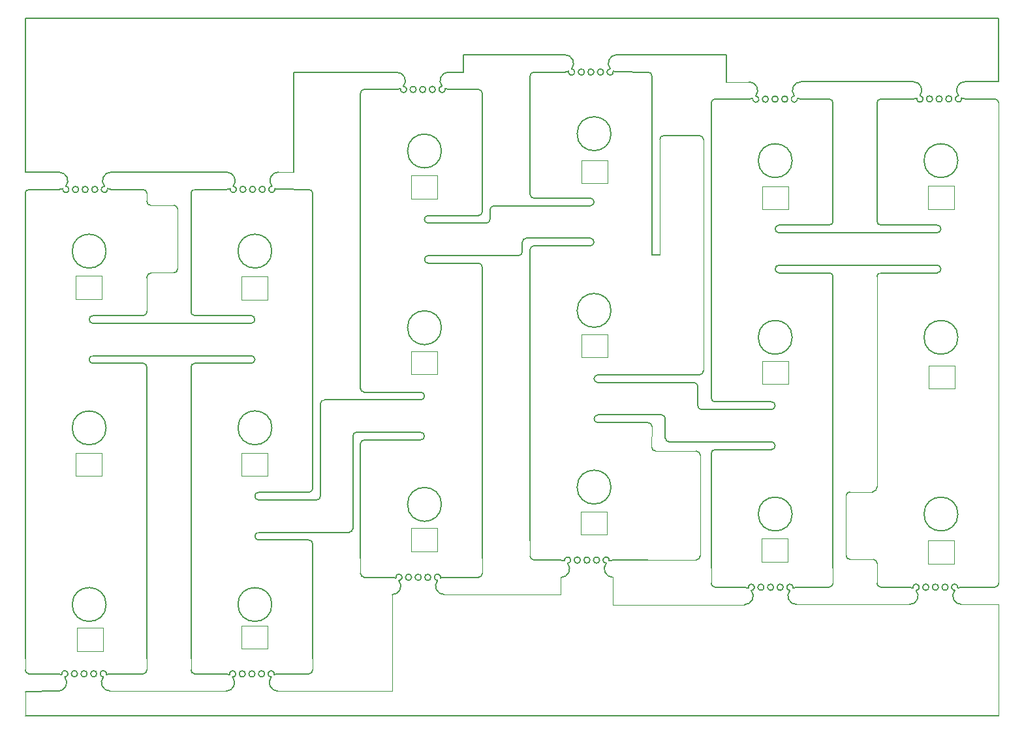
<source format=gbr>
G04 #@! TF.GenerationSoftware,KiCad,Pcbnew,(6.0.0)*
G04 #@! TF.CreationDate,2022-01-24T15:56:27+01:00*
G04 #@! TF.ProjectId,flex,666c6578-2e6b-4696-9361-645f70636258,rev?*
G04 #@! TF.SameCoordinates,Original*
G04 #@! TF.FileFunction,Profile,NP*
%FSLAX46Y46*%
G04 Gerber Fmt 4.6, Leading zero omitted, Abs format (unit mm)*
G04 Created by KiCad (PCBNEW (6.0.0)) date 2022-01-24 15:56:27*
%MOMM*%
%LPD*%
G01*
G04 APERTURE LIST*
G04 #@! TA.AperFunction,Profile*
%ADD10C,0.200000*%
G04 #@! TD*
G04 #@! TA.AperFunction,Profile*
%ADD11C,0.050000*%
G04 #@! TD*
G04 #@! TA.AperFunction,Profile*
%ADD12C,0.120000*%
G04 #@! TD*
G04 APERTURE END LIST*
D10*
X46088493Y-71160141D02*
G75*
G03*
X46579963Y-71272219I489503J1012903D01*
G01*
X99425200Y-79859399D02*
X87725200Y-79859399D01*
X131853005Y-59548363D02*
G75*
G03*
X131853005Y-59548363I-400000J0D01*
G01*
X118975200Y-104059399D02*
X132225200Y-104059399D01*
X135006920Y-123054083D02*
G75*
G03*
X134638701Y-123341508I-383921J112266D01*
G01*
D11*
X83036926Y-123905776D02*
X83035200Y-136444400D01*
D10*
X45578699Y-134579328D02*
G75*
G03*
X46441924Y-136428104I861259J-723779D01*
G01*
X116725200Y-102059400D02*
G75*
G03*
X116225200Y-101559400I-500001J-1D01*
G01*
X140225200Y-82609399D02*
X140225200Y-120434398D01*
X51225201Y-94359399D02*
G75*
G03*
X50725201Y-93859399I-500001J-1D01*
G01*
X90373000Y-58284000D02*
X94225200Y-58284400D01*
X83893691Y-122053997D02*
G75*
G03*
X83524470Y-121767858I14307J399744D01*
G01*
X43604970Y-71278110D02*
G75*
G03*
X43604970Y-71278110I-400000J0D01*
G01*
X106302296Y-55632781D02*
G75*
G03*
X105439071Y-53784005I-861259J723779D01*
G01*
X72725200Y-117309398D02*
G75*
G03*
X72225200Y-116809398I-500001J-1D01*
G01*
X61466926Y-136451983D02*
G75*
G03*
X62323692Y-134600203I-1964J1124999D01*
G01*
X124425200Y-105559400D02*
X124425200Y-120434398D01*
X87725200Y-74659399D02*
G75*
G03*
X87725200Y-75659401I0J-500001D01*
G01*
D11*
X54710000Y-82100002D02*
X51800000Y-82100002D01*
D10*
X40548698Y-134588107D02*
G75*
G03*
X40179477Y-134301968I14307J399744D01*
G01*
X86736000Y-98609399D02*
G75*
G03*
X86736000Y-97609399I0J500000D01*
G01*
X72225201Y-134184399D02*
G75*
G03*
X72725201Y-133684399I-1J500001D01*
G01*
X118475200Y-103559399D02*
G75*
G03*
X118975200Y-104059399I500001J1D01*
G01*
X61548008Y-71277793D02*
G75*
G03*
X62039084Y-71164000I-1960J1124981D01*
G01*
X124925200Y-105059400D02*
G75*
G03*
X124425200Y-105559400I1J-500001D01*
G01*
X111425200Y-86984400D02*
G75*
G03*
X111425200Y-86984400I-2200000J0D01*
G01*
X133773000Y-122943999D02*
G75*
G03*
X133773000Y-122943999I-400000J0D01*
G01*
X161725200Y-139634398D02*
X35425200Y-139634398D01*
X101425201Y-78609400D02*
X108725200Y-78609400D01*
X87725200Y-74659399D02*
X94225200Y-74659399D01*
X46437995Y-134178109D02*
G75*
G03*
X45946919Y-134291902I1960J-1124981D01*
G01*
X122903000Y-95343999D02*
G75*
G03*
X123403000Y-94843999I-1J500001D01*
G01*
X46576037Y-69022223D02*
G75*
G03*
X45719271Y-70874003I1961J-1124998D01*
G01*
X94236482Y-121644000D02*
G75*
G03*
X94736482Y-121144000I-1J500001D01*
G01*
X70289867Y-56044000D02*
X70289867Y-69014000D01*
D11*
X145925200Y-120434398D02*
X145935199Y-119824400D01*
D10*
X118475200Y-101059399D02*
G75*
G03*
X117975200Y-100559399I-500001J-1D01*
G01*
X140230000Y-60040000D02*
G75*
G03*
X139725200Y-59534399I-504800J800D01*
G01*
X122471801Y-119400000D02*
G75*
G03*
X122971801Y-118900000I-1J500001D01*
G01*
X161725200Y-54034401D02*
X161725200Y-49000000D01*
X35425200Y-49000000D02*
X35423000Y-69034000D01*
X42354972Y-71280291D02*
G75*
G03*
X42354972Y-71280291I-400000J0D01*
G01*
X146425200Y-59534400D02*
G75*
G03*
X145925200Y-60034400I1J-500001D01*
G01*
X64725201Y-87659399D02*
X57425201Y-87659399D01*
X88057991Y-121647708D02*
G75*
G03*
X88057991Y-121647708I-400000J0D01*
G01*
X79425200Y-58284400D02*
G75*
G03*
X78925200Y-58784400I1J-500001D01*
G01*
X35925200Y-71284400D02*
X39829975Y-71284000D01*
X79425200Y-103809400D02*
X86713285Y-103809400D01*
X154225200Y-76409399D02*
G75*
G03*
X153725200Y-75909399I-500001J-1D01*
G01*
X154225200Y-81609399D02*
G75*
G03*
X153725200Y-81109399I-500001J-1D01*
G01*
X43463000Y-134183999D02*
G75*
G03*
X43463000Y-134183999I-400000J0D01*
G01*
X122675199Y-96859399D02*
G75*
G03*
X122175200Y-96359400I-499998J1D01*
G01*
X135217305Y-59142074D02*
G75*
G03*
X135586526Y-59428213I-14307J-399744D01*
G01*
X109947991Y-119413915D02*
G75*
G03*
X109947991Y-119413915I-400000J0D01*
G01*
X95725200Y-75159399D02*
X95725200Y-73909399D01*
X116225200Y-101559399D02*
X109725200Y-101559400D01*
X65225201Y-88159399D02*
G75*
G03*
X64725201Y-87659399I-500001J-1D01*
G01*
X129328008Y-59552072D02*
G75*
G03*
X129819084Y-59438279I-1960J1124981D01*
G01*
X99425200Y-79859399D02*
G75*
G03*
X99925200Y-79359399I-1J500001D01*
G01*
X72225201Y-134184399D02*
X68212988Y-134190206D01*
X101425200Y-56034400D02*
G75*
G03*
X100925200Y-56534400I1J-500001D01*
G01*
D11*
X145935200Y-104054401D02*
X145925200Y-82609400D01*
D10*
X104926926Y-121671983D02*
G75*
G03*
X105783692Y-119820203I-1964J1124999D01*
G01*
X128751935Y-125202067D02*
G75*
G03*
X129608701Y-123350287I-1964J1124999D01*
G01*
D11*
X94736482Y-121144000D02*
X94736482Y-119144000D01*
D10*
X153148009Y-59522072D02*
G75*
G03*
X153148009Y-59522072I-400000J0D01*
G01*
X61463000Y-134201987D02*
X57425200Y-134184399D01*
X109725199Y-95359399D02*
X116225200Y-95359400D01*
X105414470Y-119534065D02*
G75*
G03*
X104923000Y-119421987I-489503J-1012903D01*
G01*
X65225201Y-93359400D02*
G75*
G03*
X64725202Y-92859399I-500000J1D01*
G01*
X129819085Y-59438279D02*
G75*
G03*
X130187304Y-59150854I383921J-112266D01*
G01*
X73225200Y-111609398D02*
G75*
G03*
X73725199Y-111109399I1J499998D01*
G01*
X139725200Y-75909399D02*
G75*
G03*
X140225200Y-75409399I-1J500001D01*
G01*
X140230000Y-60040000D02*
X140225200Y-75409399D01*
X135586526Y-59428213D02*
G75*
G03*
X136077996Y-59540291I489503J1012903D01*
G01*
X72225200Y-110609399D02*
G75*
G03*
X72725200Y-110109399I-1J500001D01*
G01*
X145335200Y-110554400D02*
G75*
G03*
X145935201Y-109904400I-15181J615937D01*
G01*
X78925200Y-58784400D02*
X78925201Y-97109400D01*
D11*
X123403000Y-94843999D02*
X123413000Y-64793598D01*
X51225201Y-71784401D02*
X51200001Y-72830001D01*
D10*
X89512309Y-57885783D02*
G75*
G03*
X89881530Y-58171922I-14307J-399744D01*
G01*
X129239479Y-123064149D02*
G75*
G03*
X128748009Y-122952071I-489503J-1012903D01*
G01*
X79425200Y-97609399D02*
X86736000Y-97609399D01*
X151114089Y-59411988D02*
G75*
G03*
X151482308Y-59124563I383921J-112266D01*
G01*
X132225200Y-99859399D02*
X123175200Y-99859399D01*
X68294070Y-69016016D02*
G75*
G03*
X67437304Y-70867796I1964J-1124999D01*
G01*
X154398007Y-59519891D02*
G75*
G03*
X154398007Y-59519891I-400000J0D01*
G01*
X45925201Y-125184398D02*
G75*
G03*
X45925201Y-125184398I-2200000J0D01*
G01*
D11*
X78925200Y-121143999D02*
X78925200Y-119143999D01*
D10*
X124425200Y-122434398D02*
G75*
G03*
X124925200Y-122934398I500001J1D01*
G01*
X150624470Y-123054065D02*
G75*
G03*
X150133000Y-122941987I-489503J-1012903D01*
G01*
X94725201Y-81359399D02*
X94736482Y-119144000D01*
X107967997Y-56030291D02*
G75*
G03*
X107967997Y-56030291I-400000J0D01*
G01*
X86713285Y-102809399D02*
X78425200Y-102809400D01*
D11*
X122989800Y-105769598D02*
X122971801Y-118900000D01*
D10*
X44225200Y-92859400D02*
G75*
G03*
X44225200Y-93859398I0J-499999D01*
G01*
X35423000Y-69034000D02*
X39826046Y-69034005D01*
X134925200Y-113434398D02*
G75*
G03*
X134925200Y-113434398I-2200000J0D01*
G01*
D11*
X100925200Y-118893999D02*
X100925200Y-116893999D01*
D10*
X133225200Y-81109399D02*
G75*
G03*
X133225200Y-82109399I0J-500000D01*
G01*
X67721911Y-134303999D02*
G75*
G03*
X67353692Y-134591424I-383921J112266D01*
G01*
X57425201Y-71284400D02*
G75*
G03*
X56925200Y-71784399I-1J-500000D01*
G01*
X87398007Y-58289891D02*
G75*
G03*
X87398007Y-58289891I-400000J0D01*
G01*
X146425200Y-82109400D02*
G75*
G03*
X145925200Y-82609400I1J-500001D01*
G01*
X50725201Y-134184398D02*
G75*
G03*
X51225201Y-133684398I-1J500001D01*
G01*
X88923692Y-122045218D02*
G75*
G03*
X89786917Y-123893994I861259J-723779D01*
G01*
X72725200Y-110109399D02*
X72725201Y-71784400D01*
X124425199Y-98359399D02*
X124425200Y-60034400D01*
X124925200Y-105059400D02*
X132225200Y-105059400D01*
X66573000Y-71269721D02*
G75*
G03*
X66573000Y-71269721I-400000J0D01*
G01*
D11*
X35425200Y-133684399D02*
X35425200Y-132184399D01*
D10*
X156882988Y-122930206D02*
G75*
G03*
X156391912Y-123043999I1960J-1124981D01*
G01*
X35425200Y-71784400D02*
X35425200Y-132184399D01*
X132225200Y-105059400D02*
G75*
G03*
X132725200Y-104559400I-1J500001D01*
G01*
X116690600Y-104733600D02*
G75*
G03*
X117190600Y-105233600I500001J1D01*
G01*
X156512309Y-59115783D02*
G75*
G03*
X156881530Y-59401922I-14307J-399744D01*
G01*
X35425200Y-133684399D02*
G75*
G03*
X35925200Y-134184399I500001J1D01*
G01*
X84482308Y-57894562D02*
G75*
G03*
X83619083Y-56045786I-861259J723779D01*
G01*
D11*
X111675200Y-125214400D02*
X111676917Y-121660201D01*
D10*
X55210001Y-73830003D02*
G75*
G03*
X54710000Y-73330002I-500001J0D01*
G01*
X40321051Y-71170207D02*
G75*
G03*
X40689271Y-70882782I383912J-112254D01*
G01*
X150993691Y-123340204D02*
G75*
G03*
X150624470Y-123054065I14307J399744D01*
G01*
X89881530Y-58171922D02*
G75*
G03*
X90373000Y-58284000I489503J1012903D01*
G01*
X126360533Y-53772223D02*
X112189062Y-53772223D01*
X68297996Y-71266012D02*
X72225201Y-71284400D01*
D11*
X145925200Y-122434398D02*
X145925200Y-120434398D01*
X116690600Y-104733600D02*
X116725200Y-102059400D01*
X51700002Y-73330002D02*
X54710000Y-73330002D01*
D10*
X100925200Y-71909399D02*
G75*
G03*
X101425200Y-72409399I500001J1D01*
G01*
X86736000Y-98609399D02*
X74225201Y-98609399D01*
D11*
X122489800Y-105269598D02*
X117190600Y-105233600D01*
D10*
X89782988Y-121643999D02*
G75*
G03*
X89291912Y-121757792I1960J-1124981D01*
G01*
X111425200Y-109934399D02*
G75*
G03*
X111425200Y-109934399I-2200000J0D01*
G01*
X108697993Y-119416096D02*
G75*
G03*
X108697993Y-119416096I-400000J0D01*
G01*
X67425201Y-79284400D02*
G75*
G03*
X67425201Y-79284400I-2200000J0D01*
G01*
X86807993Y-121649889D02*
G75*
G03*
X86807993Y-121649889I-400000J0D01*
G01*
X45719271Y-70874003D02*
G75*
G03*
X46088493Y-71160141I-14301J-399737D01*
G01*
X94725200Y-58784400D02*
G75*
G03*
X94225200Y-58284400I-500001J-1D01*
G01*
X67435199Y-102234400D02*
G75*
G03*
X67435199Y-102234400I-2199999J0D01*
G01*
X64073005Y-71274084D02*
G75*
G03*
X64073005Y-71274084I-400000J0D01*
G01*
X150136926Y-125191983D02*
G75*
G03*
X150993692Y-123340203I-1964J1124999D01*
G01*
X105443000Y-56034000D02*
X101425200Y-56034400D01*
X92293000Y-53784000D02*
X92293000Y-56034000D01*
X156023692Y-123331425D02*
G75*
G03*
X156886917Y-125180201I861259J-723779D01*
G01*
X57425200Y-93859400D02*
G75*
G03*
X56925200Y-94359400I1J-500001D01*
G01*
X141925199Y-118824398D02*
G75*
G03*
X142425200Y-119324399I500001J0D01*
G01*
X117975200Y-100559399D02*
X109725200Y-100559400D01*
X139725200Y-122934398D02*
G75*
G03*
X140225200Y-122434398I-1J500001D01*
G01*
X156425198Y-67534400D02*
G75*
G03*
X156425198Y-67534400I-2199999J0D01*
G01*
X156882988Y-122930206D02*
X161225200Y-122934398D01*
X156391911Y-123043999D02*
G75*
G03*
X156023692Y-123331424I-383921J112266D01*
G01*
X64725201Y-88659399D02*
X44225201Y-88659400D01*
X57425200Y-93859400D02*
X64725201Y-93859400D01*
X86148009Y-58292072D02*
G75*
G03*
X86148009Y-58292072I-400000J0D01*
G01*
X39688007Y-134189890D02*
X35925200Y-134184399D01*
X77425201Y-115809398D02*
G75*
G03*
X77925201Y-115309398I-1J500001D01*
G01*
D11*
X51225201Y-87159400D02*
X51200000Y-82750001D01*
D10*
X89425200Y-89234399D02*
G75*
G03*
X89425200Y-89234399I-2200000J0D01*
G01*
D11*
X117763000Y-64783999D02*
X117753000Y-79793999D01*
D10*
X99925200Y-78109399D02*
X99925200Y-79359399D01*
X87725200Y-79859399D02*
G75*
G03*
X87725200Y-80859399I0J-500000D01*
G01*
D11*
X161725200Y-120434398D02*
X161725200Y-60034400D01*
D10*
X44225200Y-87659400D02*
G75*
G03*
X44225200Y-88659400I0J-500000D01*
G01*
X40179477Y-134301968D02*
G75*
G03*
X39688007Y-134189890I-489503J-1012903D01*
G01*
X152657996Y-122938278D02*
G75*
G03*
X152657996Y-122938278I-400000J0D01*
G01*
X64725201Y-92859399D02*
X44225200Y-92859399D01*
X108725201Y-73409399D02*
G75*
G03*
X109225200Y-72909400I1J499998D01*
G01*
D11*
X142425200Y-110554399D02*
X145335200Y-110554399D01*
X72725201Y-133684399D02*
X72725201Y-132184399D01*
D10*
X109225200Y-72909399D02*
G75*
G03*
X108725201Y-72409400I-499998J1D01*
G01*
X95225200Y-75659399D02*
G75*
G03*
X95725200Y-75159399I-1J500001D01*
G01*
X161725200Y-49000000D02*
X35425200Y-49000000D01*
X63987996Y-134198278D02*
G75*
G03*
X63987996Y-134198278I-400000J0D01*
G01*
X153725200Y-82109400D02*
G75*
G03*
X154225200Y-81609400I-1J500001D01*
G01*
X45922200Y-102240402D02*
G75*
G03*
X45922200Y-102240402I-2200000J0D01*
G01*
X153907993Y-122936096D02*
G75*
G03*
X153907993Y-122936096I-400000J0D01*
G01*
X130187304Y-59150853D02*
G75*
G03*
X129324079Y-57302077I-861259J723779D01*
G01*
X51800000Y-82100001D02*
G75*
G03*
X51199999Y-82750001I15181J-615937D01*
G01*
X57425201Y-71284400D02*
X61548008Y-71277793D01*
X94236482Y-121644000D02*
X89782988Y-121643999D01*
X110467992Y-56025928D02*
G75*
G03*
X110467992Y-56025928I-400000J0D01*
G01*
X140225200Y-82609399D02*
G75*
G03*
X139725200Y-82109399I-500001J-1D01*
G01*
X79425200Y-58284400D02*
X83623012Y-58295781D01*
X132725200Y-104559399D02*
G75*
G03*
X132225200Y-104059399I-500001J-1D01*
G01*
X161725200Y-60034400D02*
G75*
G03*
X161225200Y-59534400I-500001J-1D01*
G01*
X116725200Y-79793999D02*
X117753000Y-79793999D01*
X105439071Y-53784005D02*
X92293000Y-53784000D01*
X151482308Y-59124562D02*
G75*
G03*
X150619083Y-57275786I-861259J723779D01*
G01*
D11*
X128751935Y-125202067D02*
X111675200Y-125214400D01*
D10*
X156881530Y-59401922D02*
G75*
G03*
X157373000Y-59514000I489503J1012903D01*
G01*
X84114089Y-58181988D02*
G75*
G03*
X84482308Y-57894563I383921J-112266D01*
G01*
X161733000Y-57264004D02*
X161725200Y-54034401D01*
X116725200Y-56534400D02*
G75*
G03*
X116225200Y-56034400I-500001J-1D01*
G01*
X108725200Y-72409399D02*
X101425200Y-72409399D01*
X67425200Y-125184399D02*
G75*
G03*
X67425200Y-125184399I-2200000J0D01*
G01*
X100925201Y-79109400D02*
X100925200Y-116893999D01*
X139725200Y-82109399D02*
X133225200Y-82109399D01*
X78925200Y-121143999D02*
G75*
G03*
X79425200Y-121643999I500001J1D01*
G01*
X65237993Y-134196096D02*
G75*
G03*
X65237993Y-134196096I-400000J0D01*
G01*
X89425200Y-66284399D02*
G75*
G03*
X89425200Y-66284399I-2200000J0D01*
G01*
X133225200Y-75909399D02*
G75*
G03*
X133225200Y-76909399I0J-500000D01*
G01*
X61954470Y-134314065D02*
G75*
G03*
X61463000Y-134201987I-489503J-1012903D01*
G01*
X45946918Y-134291902D02*
G75*
G03*
X45578699Y-134579327I-383921J112266D01*
G01*
X94225201Y-80859399D02*
X87725200Y-80859399D01*
X51225201Y-94359399D02*
X51225201Y-132184398D01*
X107447996Y-119418278D02*
G75*
G03*
X107447996Y-119418278I-400000J0D01*
G01*
X105783691Y-119820204D02*
G75*
G03*
X105414470Y-119534065I14307J399744D01*
G01*
D11*
X129324079Y-57302077D02*
X126353000Y-57302077D01*
D10*
X51225201Y-71784401D02*
G75*
G03*
X50725200Y-71284400I-500001J0D01*
G01*
X157369074Y-57264004D02*
G75*
G03*
X156512308Y-59115784I1964J-1124999D01*
G01*
X150619083Y-57275786D02*
X136074070Y-57290295D01*
D11*
X145935200Y-104054401D02*
X145935200Y-109904400D01*
D10*
X118475200Y-101059400D02*
X118475200Y-103559399D01*
X44225200Y-87659400D02*
X50725201Y-87659400D01*
D11*
X124425200Y-122434398D02*
X124425200Y-120434398D01*
D10*
X153725200Y-76909400D02*
G75*
G03*
X154225200Y-76409400I-1J500001D01*
G01*
X64725201Y-93859400D02*
G75*
G03*
X65225201Y-93359400I-1J500001D01*
G01*
X128748009Y-122952071D02*
X124925200Y-122934398D01*
X161225200Y-122934398D02*
G75*
G03*
X161725200Y-122434398I-1J500001D01*
G01*
X150133000Y-122941987D02*
X146425200Y-122934398D01*
X111701518Y-55910141D02*
G75*
G03*
X112192988Y-56022219I489503J1012903D01*
G01*
X54710000Y-82100002D02*
G75*
G03*
X55210001Y-81600001I0J500001D01*
G01*
X134925200Y-67534399D02*
G75*
G03*
X134925200Y-67534399I-2200000J0D01*
G01*
X129328008Y-59552072D02*
X124925200Y-59534400D01*
X145925199Y-75409399D02*
X145925200Y-60034400D01*
D11*
X55210001Y-73830003D02*
X55210001Y-81600001D01*
D10*
X124925200Y-59534400D02*
G75*
G03*
X124425200Y-60034400I1J-500001D01*
G01*
D11*
X61466926Y-136451983D02*
X46441924Y-136428104D01*
D10*
X45922200Y-79290402D02*
G75*
G03*
X45922200Y-79290402I-2200000J0D01*
G01*
X124425199Y-98359399D02*
G75*
G03*
X124925199Y-98859399I500001J1D01*
G01*
X142425200Y-110554399D02*
G75*
G03*
X141925199Y-111054400I0J-500001D01*
G01*
X83033000Y-121655780D02*
X79425200Y-121643999D01*
X78925200Y-119143999D02*
X78925200Y-104309400D01*
X65725200Y-110609398D02*
X72225200Y-110609399D01*
X132225200Y-98859399D02*
X124925199Y-98859399D01*
X116241400Y-119410798D02*
X111672988Y-119410206D01*
X77425201Y-115809398D02*
X65725201Y-115809398D01*
D11*
X145435198Y-119324399D02*
X142425200Y-119324399D01*
D10*
X86713285Y-103809400D02*
G75*
G03*
X86713285Y-102809398I0J500001D01*
G01*
X155648004Y-59517709D02*
G75*
G03*
X155648004Y-59517709I-400000J0D01*
G01*
X105934077Y-55920207D02*
G75*
G03*
X106302296Y-55632782I383921J-112266D01*
G01*
X145925199Y-75409399D02*
G75*
G03*
X146425199Y-75909399I500001J1D01*
G01*
X64725201Y-88659399D02*
G75*
G03*
X65225200Y-88159400I1J499998D01*
G01*
X83619083Y-56045786D02*
X70289867Y-56044000D01*
X108725200Y-77609399D02*
X100425200Y-77609399D01*
X50725201Y-87659400D02*
G75*
G03*
X51225201Y-87159400I-1J500001D01*
G01*
X78425200Y-102809400D02*
G75*
G03*
X77925201Y-103309399I-1J-499998D01*
G01*
X78925201Y-97109399D02*
G75*
G03*
X79425200Y-97609398I499998J-1D01*
G01*
X101425201Y-78609400D02*
G75*
G03*
X100925201Y-79109400I1J-500001D01*
G01*
X134353000Y-59544000D02*
G75*
G03*
X134353000Y-59544000I-400000J0D01*
G01*
X62407304Y-70876574D02*
G75*
G03*
X61544079Y-69027798I-861259J723779D01*
G01*
X133103003Y-59546182D02*
G75*
G03*
X133103003Y-59546182I-400000J0D01*
G01*
X66487991Y-134193915D02*
G75*
G03*
X66487991Y-134193915I-400000J0D01*
G01*
X67353692Y-134591425D02*
G75*
G03*
X68216917Y-136440201I861259J-723779D01*
G01*
D11*
X68216917Y-136440201D02*
X83035200Y-136444400D01*
D10*
X46579963Y-71272219D02*
X50725200Y-71284401D01*
X100925200Y-118893999D02*
G75*
G03*
X101425200Y-119393999I500001J1D01*
G01*
X109725200Y-100559400D02*
G75*
G03*
X109725200Y-101559400I0J-500000D01*
G01*
X56925200Y-94359400D02*
X56925200Y-132184399D01*
X61544079Y-69027798D02*
X46576037Y-69022223D01*
D11*
X140225200Y-122434398D02*
X140225200Y-120434398D01*
D10*
X122175200Y-96359399D02*
X109725199Y-96359400D01*
X72725200Y-117309398D02*
X72725201Y-132184399D01*
X123413000Y-64793598D02*
G75*
G03*
X122913000Y-64293598I-500001J-1D01*
G01*
D11*
X161723000Y-125180201D02*
X161725200Y-139634398D01*
X89786917Y-123893994D02*
X104926926Y-123889400D01*
X150136926Y-125191983D02*
X135501926Y-125190285D01*
D10*
X67437305Y-70867795D02*
G75*
G03*
X67806526Y-71153934I-14307J-399744D01*
G01*
X145925200Y-122434398D02*
G75*
G03*
X146425200Y-122934398I500001J1D01*
G01*
X65725200Y-110609398D02*
G75*
G03*
X65725200Y-111609398I0J-500000D01*
G01*
X134638701Y-123341509D02*
G75*
G03*
X135501926Y-125190285I861259J-723779D01*
G01*
D11*
X104926926Y-121671983D02*
X104926926Y-123889400D01*
D10*
X116725200Y-56534400D02*
X116725200Y-79793999D01*
D11*
X141925199Y-118824398D02*
X141925199Y-111054400D01*
D10*
X150623012Y-59525781D02*
X146425200Y-59534400D01*
X134925200Y-90484399D02*
G75*
G03*
X134925200Y-90484399I-2200000J0D01*
G01*
X111332297Y-55624002D02*
G75*
G03*
X111701518Y-55910141I-14307J-399744D01*
G01*
X122675200Y-99359399D02*
X122675199Y-96859399D01*
X65725201Y-115809398D02*
G75*
G03*
X65725201Y-116809398I0J-500000D01*
G01*
X132523002Y-122946180D02*
G75*
G03*
X132523002Y-122946180I-400000J0D01*
G01*
X111672988Y-119410206D02*
G75*
G03*
X111181912Y-119523999I1960J-1124981D01*
G01*
X83623012Y-58295781D02*
G75*
G03*
X84114088Y-58181988I-1960J1124981D01*
G01*
X50725201Y-93859399D02*
X44225200Y-93859399D01*
X87725200Y-75659400D02*
X95225200Y-75659399D01*
X135497997Y-122940290D02*
X139725200Y-122934398D01*
X108725200Y-78609400D02*
G75*
G03*
X109225201Y-78109401I1J500000D01*
G01*
X155157991Y-122933915D02*
G75*
G03*
X155157991Y-122933915I-400000J0D01*
G01*
D11*
X51225201Y-133684398D02*
X51225201Y-132184398D01*
D10*
X89425200Y-112184399D02*
G75*
G03*
X89425200Y-112184399I-2200000J0D01*
G01*
D11*
X122471801Y-119400000D02*
X116241400Y-119410798D01*
D10*
X157369074Y-57264004D02*
X161733000Y-57264004D01*
X111425200Y-64034399D02*
G75*
G03*
X111425200Y-64034399I-2200000J0D01*
G01*
X150623012Y-59525781D02*
G75*
G03*
X151114088Y-59411988I-1960J1124981D01*
G01*
X79425200Y-103809400D02*
G75*
G03*
X78925200Y-104309400I1J-500001D01*
G01*
X72725201Y-71784400D02*
G75*
G03*
X72225201Y-71284400I-500001J-1D01*
G01*
X132725200Y-99359399D02*
G75*
G03*
X132225200Y-98859399I-500001J-1D01*
G01*
X122913000Y-64293598D02*
X118263000Y-64283999D01*
D11*
X70289867Y-69014000D02*
X68294070Y-69016016D01*
D10*
X39691933Y-136439886D02*
G75*
G03*
X40548699Y-134588106I-1964J1124999D01*
G01*
X104923000Y-119421987D02*
X101425200Y-119393999D01*
X100425200Y-77609400D02*
G75*
G03*
X99925201Y-78109401I1J-500000D01*
G01*
X83036926Y-123905776D02*
G75*
G03*
X83893692Y-122053996I-1964J1124999D01*
G01*
X68212988Y-134190206D02*
G75*
G03*
X67721912Y-134303999I1960J-1124981D01*
G01*
X56925201Y-87159399D02*
G75*
G03*
X57425201Y-87659399I500001J1D01*
G01*
X39829975Y-71284000D02*
G75*
G03*
X40321051Y-71170207I-1960J1124981D01*
G01*
X72225200Y-116809398D02*
X65725201Y-116809398D01*
X122989800Y-105769598D02*
G75*
G03*
X122489800Y-105269598I-500001J-1D01*
G01*
X39691933Y-136439886D02*
X35423000Y-136464400D01*
X109725199Y-95359399D02*
G75*
G03*
X109725201Y-96359401I1J-500001D01*
G01*
X136077996Y-59540291D02*
X139725200Y-59534400D01*
X56925200Y-71784400D02*
X56925201Y-87159399D01*
X51200001Y-72830001D02*
G75*
G03*
X51700002Y-73330002I500001J0D01*
G01*
X35925200Y-71284400D02*
G75*
G03*
X35425199Y-71784401I0J-500001D01*
G01*
X85557996Y-121652071D02*
G75*
G03*
X85557996Y-121652071I-400000J0D01*
G01*
X42213003Y-134186181D02*
G75*
G03*
X42213003Y-134186181I-400000J0D01*
G01*
X94725201Y-81359399D02*
G75*
G03*
X94225201Y-80859399I-500001J-1D01*
G01*
X126353000Y-57302077D02*
X126360533Y-53772223D01*
X105443000Y-56034000D02*
G75*
G03*
X105934076Y-55920207I-1960J1124981D01*
G01*
X146425200Y-82109400D02*
X153725200Y-82109400D01*
X156425200Y-90484399D02*
G75*
G03*
X156425200Y-90484399I-2200000J0D01*
G01*
X90369074Y-56034004D02*
G75*
G03*
X89512308Y-57885784I1964J-1124999D01*
G01*
D11*
X161725200Y-122434398D02*
X161725200Y-120434398D01*
D10*
X109225200Y-78109399D02*
G75*
G03*
X108725201Y-77609400I-499998J1D01*
G01*
X111181911Y-119523999D02*
G75*
G03*
X110813692Y-119811424I-383921J112266D01*
G01*
D11*
X156886917Y-125180201D02*
X161723000Y-125180201D01*
D10*
X56925200Y-133684399D02*
G75*
G03*
X57425200Y-134184399I500001J1D01*
G01*
X50725201Y-134184398D02*
X46437995Y-134178109D01*
X62039085Y-71164000D02*
G75*
G03*
X62407304Y-70876575I383921J-112266D01*
G01*
X65725200Y-111609399D02*
X73225200Y-111609398D01*
X153725200Y-81109399D02*
X133225200Y-81109399D01*
X161225200Y-59534400D02*
X157373000Y-59514000D01*
X77925201Y-103309400D02*
X77925201Y-115309398D01*
X136074070Y-57290295D02*
G75*
G03*
X135217304Y-59142075I1964J-1124999D01*
G01*
X156425200Y-113434398D02*
G75*
G03*
X156425200Y-113434398I-2200000J0D01*
G01*
X153725200Y-75909399D02*
X146425199Y-75909399D01*
X89291911Y-121757792D02*
G75*
G03*
X88923692Y-122045217I-383921J112266D01*
G01*
X132225200Y-99859399D02*
G75*
G03*
X132725200Y-99359399I-1J500001D01*
G01*
X135497997Y-122940290D02*
G75*
G03*
X135006921Y-123054083I1960J-1124981D01*
G01*
X83524470Y-121767858D02*
G75*
G03*
X83033000Y-121655780I-489503J-1012903D01*
G01*
X100925200Y-71909399D02*
X100925200Y-56534399D01*
X40689271Y-70882781D02*
G75*
G03*
X39826046Y-69034005I-861259J723779D01*
G01*
X145935199Y-119824400D02*
G75*
G03*
X145435198Y-119324399I-500001J0D01*
G01*
X131273005Y-122948362D02*
G75*
G03*
X131273005Y-122948362I-400000J0D01*
G01*
X44712998Y-134181818D02*
G75*
G03*
X44712998Y-134181818I-400000J0D01*
G01*
D11*
X56925200Y-133684399D02*
X56925200Y-132184399D01*
D10*
X44854967Y-71275928D02*
G75*
G03*
X44854967Y-71275928I-400000J0D01*
G01*
X90369074Y-56034004D02*
X92293000Y-56034000D01*
X94725200Y-74159399D02*
X94725200Y-58784400D01*
X108725200Y-73409399D02*
X96225200Y-73409399D01*
X88648004Y-58287709D02*
G75*
G03*
X88648004Y-58287709I-400000J0D01*
G01*
X112192988Y-56022219D02*
X116225200Y-56034400D01*
D11*
X35425200Y-139634398D02*
X35423000Y-136464400D01*
D10*
X133225200Y-75909399D02*
X139725200Y-75909399D01*
X96225200Y-73409399D02*
G75*
G03*
X95725200Y-73909399I1J-500001D01*
G01*
X74225201Y-98609399D02*
G75*
G03*
X73725201Y-99109399I1J-500001D01*
G01*
X122675200Y-99359399D02*
G75*
G03*
X123175199Y-99859398I499998J-1D01*
G01*
X153725200Y-76909400D02*
X133225200Y-76909399D01*
X110813692Y-119811425D02*
G75*
G03*
X111676917Y-121660201I861259J-723779D01*
G01*
X116225200Y-95359400D02*
X122903000Y-95343999D01*
X129608700Y-123350288D02*
G75*
G03*
X129239479Y-123064149I14307J399744D01*
G01*
X118263000Y-64283999D02*
G75*
G03*
X117763000Y-64783999I1J-500001D01*
G01*
X62323691Y-134600204D02*
G75*
G03*
X61954470Y-134314065I14307J399744D01*
G01*
X67806526Y-71153934D02*
G75*
G03*
X68297996Y-71266012I489503J1012903D01*
G01*
X112189062Y-53772223D02*
G75*
G03*
X111332296Y-55624003I1964J-1124999D01*
G01*
X65323003Y-71271903D02*
G75*
G03*
X65323003Y-71271903I-400000J0D01*
G01*
X109217995Y-56028110D02*
G75*
G03*
X109217995Y-56028110I-400000J0D01*
G01*
X94225200Y-74659399D02*
G75*
G03*
X94725200Y-74159399I-1J500001D01*
G01*
X73725201Y-99109399D02*
X73725200Y-111109398D01*
D12*
X155955999Y-70817998D02*
X152555999Y-70817998D01*
X152555999Y-70817998D02*
X152555999Y-73817998D01*
X152555999Y-73817998D02*
X155955999Y-73817998D01*
X155955999Y-73817998D02*
X155955999Y-70817998D01*
X42140000Y-131230000D02*
X45540000Y-131230000D01*
X45540000Y-128230000D02*
X42140000Y-128230000D01*
X45540000Y-131230000D02*
X45540000Y-128230000D01*
X42140000Y-128230000D02*
X42140000Y-131230000D01*
X85506000Y-92267999D02*
X85506000Y-95267999D01*
X88906000Y-95267999D02*
X88906000Y-92267999D01*
X88906000Y-92267999D02*
X85506000Y-92267999D01*
X85506000Y-95267999D02*
X88906000Y-95267999D01*
X134456000Y-96568000D02*
X134456000Y-93568000D01*
X131056000Y-93568000D02*
X131056000Y-96568000D01*
X134456000Y-93568000D02*
X131056000Y-93568000D01*
X131056000Y-96568000D02*
X134456000Y-96568000D01*
X66865999Y-105497999D02*
X63465999Y-105497999D01*
X63465999Y-105497999D02*
X63465999Y-108497999D01*
X66865999Y-108497999D02*
X66865999Y-105497999D01*
X63465999Y-108497999D02*
X66865999Y-108497999D01*
X107481000Y-116117999D02*
X110881000Y-116117999D01*
X107481000Y-113117999D02*
X107481000Y-116117999D01*
X110881000Y-113117999D02*
X107481000Y-113117999D01*
X110881000Y-116117999D02*
X110881000Y-113117999D01*
X107556000Y-70467999D02*
X110956000Y-70467999D01*
X107556000Y-67467999D02*
X107556000Y-70467999D01*
X110956000Y-67467999D02*
X107556000Y-67467999D01*
X110956000Y-70467999D02*
X110956000Y-67467999D01*
X41950000Y-108510000D02*
X45350000Y-108510000D01*
X41950000Y-105510000D02*
X41950000Y-108510000D01*
X45350000Y-105510000D02*
X41950000Y-105510000D01*
X45350000Y-108510000D02*
X45350000Y-105510000D01*
X88906000Y-115267999D02*
X85506000Y-115267999D01*
X88906000Y-118267999D02*
X88906000Y-115267999D01*
X85506000Y-118267999D02*
X88906000Y-118267999D01*
X85506000Y-115267999D02*
X85506000Y-118267999D01*
X152555999Y-116867998D02*
X152555999Y-119867998D01*
X155955999Y-116867998D02*
X152555999Y-116867998D01*
X155955999Y-119867998D02*
X155955999Y-116867998D01*
X152555999Y-119867998D02*
X155955999Y-119867998D01*
X152655999Y-97167998D02*
X156055999Y-97167998D01*
X156055999Y-97167998D02*
X156055999Y-94167998D01*
X152655999Y-94167998D02*
X152655999Y-97167998D01*
X156055999Y-94167998D02*
X152655999Y-94167998D01*
X107556000Y-93067999D02*
X110956000Y-93067999D01*
X110956000Y-93067999D02*
X110956000Y-90067999D01*
X110956000Y-90067999D02*
X107556000Y-90067999D01*
X107556000Y-90067999D02*
X107556000Y-93067999D01*
X63465999Y-85607999D02*
X66865999Y-85607999D01*
X66865999Y-82607999D02*
X63465999Y-82607999D01*
X66865999Y-85607999D02*
X66865999Y-82607999D01*
X63465999Y-82607999D02*
X63465999Y-85607999D01*
X42000000Y-82510000D02*
X42000000Y-85510000D01*
X42000000Y-85510000D02*
X45400000Y-85510000D01*
X45400000Y-82510000D02*
X42000000Y-82510000D01*
X45400000Y-85510000D02*
X45400000Y-82510000D01*
X130956000Y-119618000D02*
X134356000Y-119618000D01*
X130956000Y-116618000D02*
X130956000Y-119618000D01*
X134356000Y-116618000D02*
X130956000Y-116618000D01*
X134356000Y-119618000D02*
X134356000Y-116618000D01*
X63465200Y-130954400D02*
X66865200Y-130954400D01*
X66865200Y-127954400D02*
X63465200Y-127954400D01*
X66865200Y-130954400D02*
X66865200Y-127954400D01*
X63465200Y-127954400D02*
X63465200Y-130954400D01*
X85506000Y-72467999D02*
X88906000Y-72467999D01*
X88906000Y-69467999D02*
X85506000Y-69467999D01*
X88906000Y-72467999D02*
X88906000Y-69467999D01*
X85506000Y-69467999D02*
X85506000Y-72467999D01*
X134456000Y-70868000D02*
X131056000Y-70868000D01*
X131056000Y-73868000D02*
X134456000Y-73868000D01*
X134456000Y-73868000D02*
X134456000Y-70868000D01*
X131056000Y-70868000D02*
X131056000Y-73868000D01*
M02*

</source>
